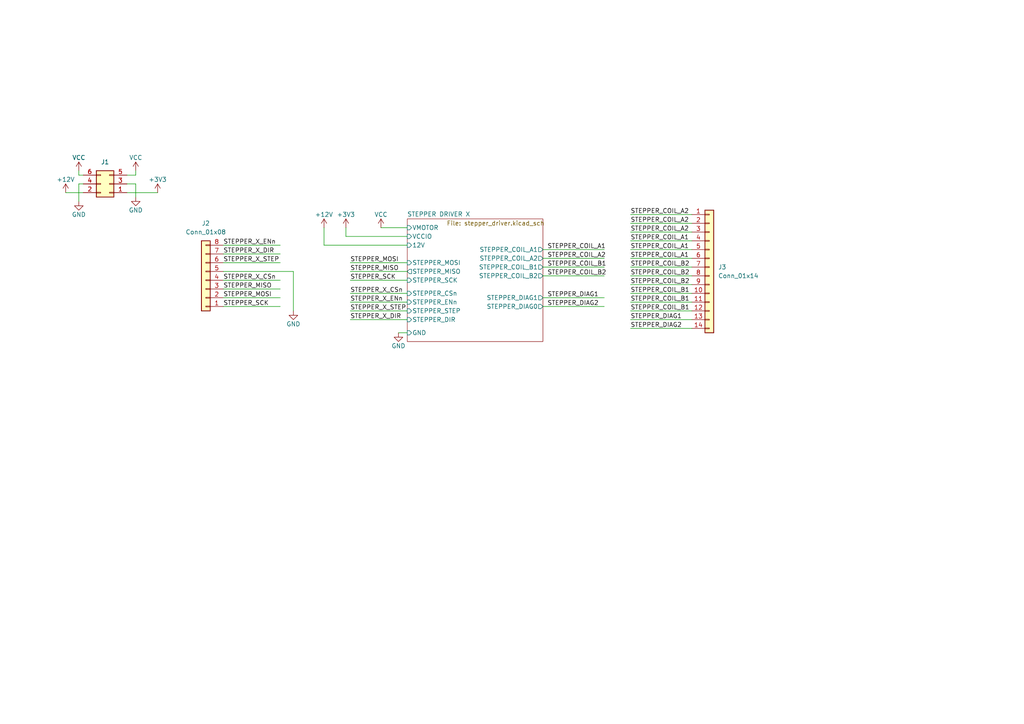
<source format=kicad_sch>
(kicad_sch (version 20211123) (generator eeschema)
  (paper "A4")
  (lib_symbols
    (symbol "Connector_Generic:Conn_01x08" (pin_names (offset 1.016) hide)
      (property "Reference" "J" (at 0 10.16 0))
      (property "Value" "Conn_01x08" (at 0 -12.7 0))
      (symbol "Conn_01x08_1_1"
        (rectangle (start -1.27 -10.033) (end 0 -10.287) (stroke (width 0.1524)))
        (rectangle (start -1.27 -7.493) (end 0 -7.747) (stroke (width 0.1524)))
        (rectangle (start -1.27 -4.953) (end 0 -5.207) (stroke (width 0.1524)))
        (rectangle (start -1.27 -2.413) (end 0 -2.667) (stroke (width 0.1524)))
        (rectangle (start -1.27 0.127) (end 0 -0.127) (stroke (width 0.1524)))
        (rectangle (start -1.27 2.667) (end 0 2.413) (stroke (width 0.1524)))
        (rectangle (start -1.27 5.207) (end 0 4.953) (stroke (width 0.1524)))
        (rectangle (start -1.27 7.747) (end 0 7.493) (stroke (width 0.1524)))
        (rectangle (start -1.27 8.89) (end 1.27 -11.43) (stroke (width 0.254)) (fill (type background)))
        (pin passive line (at -5.08 7.62 0) (length 3.81) (name "Pin_1") (number "1"))
        (pin passive line (at -5.08 5.08 0) (length 3.81) (name "Pin_2") (number "2"))
        (pin passive line (at -5.08 2.54 0) (length 3.81) (name "Pin_3") (number "3"))
        (pin passive line (at -5.08 0 0) (length 3.81) (name "Pin_4") (number "4"))
        (pin passive line (at -5.08 -2.54 0) (length 3.81) (name "Pin_5") (number "5"))
        (pin passive line (at -5.08 -5.08 0) (length 3.81) (name "Pin_6") (number "6"))
        (pin passive line (at -5.08 -7.62 0) (length 3.81) (name "Pin_7") (number "7"))
        (pin passive line (at -5.08 -10.16 0) (length 3.81) (name "Pin_8") (number "8"))
      )
    )
    (symbol "Connector_Generic:Conn_01x14" (pin_names (offset 1.016) hide)
      (property "Reference" "J" (at 0 17.78 0))
      (property "Value" "Conn_01x14" (at 0 -20.32 0))
      (symbol "Conn_01x14_1_1"
        (rectangle (start -1.27 -17.653) (end 0 -17.907) (stroke (width 0.1524)))
        (rectangle (start -1.27 -15.113) (end 0 -15.367) (stroke (width 0.1524)))
        (rectangle (start -1.27 -12.573) (end 0 -12.827) (stroke (width 0.1524)))
        (rectangle (start -1.27 -10.033) (end 0 -10.287) (stroke (width 0.1524)))
        (rectangle (start -1.27 -7.493) (end 0 -7.747) (stroke (width 0.1524)))
        (rectangle (start -1.27 -4.953) (end 0 -5.207) (stroke (width 0.1524)))
        (rectangle (start -1.27 -2.413) (end 0 -2.667) (stroke (width 0.1524)))
        (rectangle (start -1.27 0.127) (end 0 -0.127) (stroke (width 0.1524)))
        (rectangle (start -1.27 2.667) (end 0 2.413) (stroke (width 0.1524)))
        (rectangle (start -1.27 5.207) (end 0 4.953) (stroke (width 0.1524)))
        (rectangle (start -1.27 7.747) (end 0 7.493) (stroke (width 0.1524)))
        (rectangle (start -1.27 10.287) (end 0 10.033) (stroke (width 0.1524)))
        (rectangle (start -1.27 12.827) (end 0 12.573) (stroke (width 0.1524)))
        (rectangle (start -1.27 15.367) (end 0 15.113) (stroke (width 0.1524)))
        (rectangle (start -1.27 16.51) (end 1.27 -19.05) (stroke (width 0.254)) (fill (type background)))
        (pin passive line (at -5.08 15.24 0) (length 3.81) (name "Pin_1") (number "1"))
        (pin passive line (at -5.08 -7.62 0) (length 3.81) (name "Pin_10") (number "10"))
        (pin passive line (at -5.08 -10.16 0) (length 3.81) (name "Pin_11") (number "11"))
        (pin passive line (at -5.08 -12.7 0) (length 3.81) (name "Pin_12") (number "12"))
        (pin passive line (at -5.08 -15.24 0) (length 3.81) (name "Pin_13") (number "13"))
        (pin passive line (at -5.08 -17.78 0) (length 3.81) (name "Pin_14") (number "14"))
        (pin passive line (at -5.08 12.7 0) (length 3.81) (name "Pin_2") (number "2"))
        (pin passive line (at -5.08 10.16 0) (length 3.81) (name "Pin_3") (number "3"))
        (pin passive line (at -5.08 7.62 0) (length 3.81) (name "Pin_4") (number "4"))
        (pin passive line (at -5.08 5.08 0) (length 3.81) (name "Pin_5") (number "5"))
        (pin passive line (at -5.08 2.54 0) (length 3.81) (name "Pin_6") (number "6"))
        (pin passive line (at -5.08 0 0) (length 3.81) (name "Pin_7") (number "7"))
        (pin passive line (at -5.08 -2.54 0) (length 3.81) (name "Pin_8") (number "8"))
        (pin passive line (at -5.08 -5.08 0) (length 3.81) (name "Pin_9") (number "9"))
      )
    )
    (symbol "Connector_Generic:Conn_02x03_Odd_Even" (pin_names (offset 1.016) hide)
      (property "Reference" "J" (at 1.27 5.08 0))
      (property "Value" "Conn_02x03_Odd_Even" (at 1.27 -5.08 0))
      (symbol "Conn_02x03_Odd_Even_1_1"
        (rectangle (start -1.27 -2.413) (end 0 -2.667) (stroke (width 0.1524)))
        (rectangle (start -1.27 0.127) (end 0 -0.127) (stroke (width 0.1524)))
        (rectangle (start -1.27 2.667) (end 0 2.413) (stroke (width 0.1524)))
        (rectangle (start -1.27 3.81) (end 3.81 -3.81) (stroke (width 0.254)) (fill (type background)))
        (rectangle (start 3.81 -2.413) (end 2.54 -2.667) (stroke (width 0.1524)))
        (rectangle (start 3.81 0.127) (end 2.54 -0.127) (stroke (width 0.1524)))
        (rectangle (start 3.81 2.667) (end 2.54 2.413) (stroke (width 0.1524)))
        (pin passive line (at -5.08 2.54 0) (length 3.81) (name "Pin_1") (number "1"))
        (pin passive line (at 7.62 2.54 180) (length 3.81) (name "Pin_2") (number "2"))
        (pin passive line (at -5.08 0 0) (length 3.81) (name "Pin_3") (number "3"))
        (pin passive line (at 7.62 0 180) (length 3.81) (name "Pin_4") (number "4"))
        (pin passive line (at -5.08 -2.54 0) (length 3.81) (name "Pin_5") (number "5"))
        (pin passive line (at 7.62 -2.54 180) (length 3.81) (name "Pin_6") (number "6"))
      )
    )
    (symbol "PersonnalSymbolLibrary:VCC_MOTOR" (power) (pin_names (offset 0))
      (property "Value" "VCC_MOTOR" (at 0 3.81 0))
      (symbol "VCC_MOTOR_0_1"
        (polyline (pts (xy -0.762 1.27) (xy 0 2.54)))
        (polyline (pts (xy 0 0) (xy 0 2.54)))
        (polyline (pts (xy 0 2.54) (xy 0.762 1.27)))
      )
      (symbol "VCC_MOTOR_1_1"
        (pin power_in line (at 0 0 90) (length 0) hide (name "VCC") (number "1"))
      )
    )
    (symbol "power:+12V" (power) (pin_names (offset 0))
      (property "Value" "+12V" (at 0 3.556 0))
      (symbol "+12V_0_1"
        (polyline (pts (xy -0.762 1.27) (xy 0 2.54)))
        (polyline (pts (xy 0 0) (xy 0 2.54)))
        (polyline (pts (xy 0 2.54) (xy 0.762 1.27)))
      )
      (symbol "+12V_1_1"
        (pin power_in line (at 0 0 90) (length 0) hide (name "+12V") (number "1"))
      )
    )
    (symbol "power:+3V3" (power) (pin_names (offset 0))
      (property "Value" "+3V3" (at 0 3.556 0))
      (symbol "+3V3_0_1"
        (polyline (pts (xy -0.762 1.27) (xy 0 2.54)))
        (polyline (pts (xy 0 0) (xy 0 2.54)))
        (polyline (pts (xy 0 2.54) (xy 0.762 1.27)))
      )
      (symbol "+3V3_1_1"
        (pin power_in line (at 0 0 90) (length 0) hide (name "+3V3") (number "1"))
      )
    )
    (symbol "power:GND" (power) (pin_names (offset 0))
      (property "Value" "GND" (at 0 -3.81 0))
      (symbol "GND_0_1"
        (polyline (pts (xy 0 0) (xy 0 -1.27) (xy 1.27 -1.27) (xy 0 -2.54) (xy -1.27 -1.27) (xy 0 -1.27)))
      )
      (symbol "GND_1_1"
        (pin power_in line (at 0 0 270) (length 0) hide (name "GND") (number "1"))
      )
    )
  )
  (wire (pts (xy 182.88 64.77) (xy 200.66 64.77)))
  (wire (pts (xy 39.37 49.53) (xy 39.37 50.8)))
  (wire (pts (xy 157.48 86.36) (xy 175.26 86.36)))
  (wire (pts (xy 182.88 92.71) (xy 200.66 92.71)))
  (wire (pts (xy 93.98 66.04) (xy 93.98 71.12)))
  (wire (pts (xy 85.09 78.74) (xy 85.09 90.17)))
  (wire (pts (xy 22.86 49.53) (xy 22.86 50.8)))
  (wire (pts (xy 36.83 53.34) (xy 39.37 53.34)))
  (wire (pts (xy 182.88 95.25) (xy 200.66 95.25)))
  (wire (pts (xy 182.88 74.93) (xy 200.66 74.93)))
  (wire (pts (xy 182.88 80.01) (xy 200.66 80.01)))
  (wire (pts (xy 101.6 90.17) (xy 118.11 90.17)))
  (wire (pts (xy 101.6 85.09) (xy 118.11 85.09)))
  (wire (pts (xy 157.48 77.47) (xy 175.26 77.47)))
  (wire (pts (xy 64.77 71.12) (xy 81.28 71.12)))
  (wire (pts (xy 182.88 77.47) (xy 200.66 77.47)))
  (wire (pts (xy 64.77 86.36) (xy 81.28 86.36)))
  (wire (pts (xy 182.88 62.23) (xy 200.66 62.23)))
  (wire (pts (xy 93.98 71.12) (xy 118.11 71.12)))
  (wire (pts (xy 182.88 87.63) (xy 200.66 87.63)))
  (wire (pts (xy 64.77 73.66) (xy 81.28 73.66)))
  (wire (pts (xy 36.83 55.88) (xy 45.72 55.88)))
  (wire (pts (xy 24.13 50.8) (xy 22.86 50.8)))
  (wire (pts (xy 101.6 78.74) (xy 118.11 78.74)))
  (wire (pts (xy 22.86 53.34) (xy 24.13 53.34)))
  (wire (pts (xy 157.48 74.93) (xy 175.26 74.93)))
  (wire (pts (xy 157.48 88.9) (xy 175.26 88.9)))
  (wire (pts (xy 182.88 72.39) (xy 200.66 72.39)))
  (wire (pts (xy 101.6 76.2) (xy 118.11 76.2)))
  (wire (pts (xy 64.77 78.74) (xy 85.09 78.74)))
  (wire (pts (xy 182.88 67.31) (xy 200.66 67.31)))
  (wire (pts (xy 64.77 81.28) (xy 81.28 81.28)))
  (wire (pts (xy 64.77 83.82) (xy 81.28 83.82)))
  (wire (pts (xy 182.88 69.85) (xy 200.66 69.85)))
  (wire (pts (xy 101.6 92.71) (xy 118.11 92.71)))
  (wire (pts (xy 157.48 72.39) (xy 175.26 72.39)))
  (wire (pts (xy 110.49 66.04) (xy 118.11 66.04)))
  (wire (pts (xy 115.57 96.52) (xy 118.11 96.52)))
  (wire (pts (xy 22.86 53.34) (xy 22.86 58.42)))
  (wire (pts (xy 64.77 88.9) (xy 81.28 88.9)))
  (wire (pts (xy 182.88 90.17) (xy 200.66 90.17)))
  (wire (pts (xy 182.88 85.09) (xy 200.66 85.09)))
  (wire (pts (xy 100.33 68.58) (xy 100.33 66.04)))
  (wire (pts (xy 118.11 68.58) (xy 100.33 68.58)))
  (wire (pts (xy 182.88 82.55) (xy 200.66 82.55)))
  (wire (pts (xy 19.05 55.88) (xy 24.13 55.88)))
  (wire (pts (xy 101.6 87.63) (xy 118.11 87.63)))
  (wire (pts (xy 39.37 53.34) (xy 39.37 57.15)))
  (wire (pts (xy 36.83 50.8) (xy 39.37 50.8)))
  (wire (pts (xy 101.6 81.28) (xy 118.11 81.28)))
  (wire (pts (xy 64.77 76.2) (xy 81.28 76.2)))
  (wire (pts (xy 157.48 80.01) (xy 175.26 80.01)))
  (label "STEPPER_X_DIR" (at 101.6 92.71 0))
  (label "STEPPER_X_STEP" (at 101.6 90.17 0))
  (label "STEPPER_COIL_A2" (at 158.75 74.93 0))
  (label "STEPPER_DIAG1" (at 158.75 86.36 0))
  (label "STEPPER_SCK" (at 101.6 81.28 0))
  (label "STEPPER_COIL_B2" (at 158.75 80.01 0))
  (label "STEPPER_COIL_A1" (at 182.88 72.39 0))
  (label "STEPPER_COIL_A2" (at 182.88 62.23 0))
  (label "STEPPER_MOSI" (at 64.77 86.36 0))
  (label "STEPPER_COIL_B1" (at 182.88 85.09 0))
  (label "STEPPER_COIL_A2" (at 182.88 64.77 0))
  (label "STEPPER_X_CSn" (at 64.77 81.28 0))
  (label "STEPPER_SCK" (at 64.77 88.9 0))
  (label "STEPPER_X_ENn" (at 101.6 87.63 0))
  (label "STEPPER_COIL_B1" (at 158.75 77.47 0))
  (label "STEPPER_COIL_B2" (at 182.88 82.55 0))
  (label "STEPPER_X_ENn" (at 64.77 71.12 0))
  (label "STEPPER_COIL_B2" (at 182.88 80.01 0))
  (label "STEPPER_COIL_B2" (at 182.88 77.47 0))
  (label "STEPPER_X_STEP" (at 64.77 76.2 0))
  (label "STEPPER_X_DIR" (at 64.77 73.66 0))
  (label "STEPPER_COIL_A1" (at 182.88 74.93 0))
  (label "STEPPER_DIAG2" (at 182.88 95.25 0))
  (label "STEPPER_COIL_A2" (at 182.88 67.31 0))
  (label "STEPPER_MOSI" (at 101.6 76.2 0))
  (label "STEPPER_COIL_A1" (at 158.75 72.39 0))
  (label "STEPPER_COIL_A1" (at 182.88 69.85 0))
  (label "STEPPER_MISO" (at 101.6 78.74 0))
  (label "STEPPER_DIAG2" (at 158.75 88.9 0))
  (label "STEPPER_COIL_B1" (at 182.88 90.17 0))
  (label "STEPPER_MISO" (at 64.77 83.82 0))
  (label "STEPPER_COIL_B1" (at 182.88 87.63 0))
  (label "STEPPER_DIAG1" (at 182.88 92.71 0))
  (label "STEPPER_X_CSn" (at 101.6 85.09 0))
  (symbol (lib_id "Connector_Generic:Conn_02x03_Odd_Even") (at 31.75 53.34 180) (unit 1)
    (property "Reference" "J1" (at 30.48 46.99 0))
    (property "Value" "Conn_02x03_Odd_Even" (effects hide))
    (property "Footprint" "Connector_PinSocket_2.54mm:PinSocket_2x03_P2.54mm_Vertical" (effects hide))
  )
  (symbol (lib_id "PersonnalSymbolLibrary:VCC_MOTOR") (at 22.86 49.53 0) (unit 1)
    (property "Reference" "#PWR01" (effects hide))
    (property "Value" "VCC_MOTOR" (at 22.86 45.72 0))
  )
  (symbol (lib_id "power:+12V") (at 93.98 66.04 0) (unit 1)
    (property "Reference" "#PWR07" (effects hide))
    (property "Value" "+12V" (at 93.98 62.23 0))
  )
  (symbol (lib_id "power:GND") (at 85.09 90.17 0) (unit 1)
    (property "Reference" "#PWR06" (effects hide))
    (property "Value" "GND" (at 85.09 93.98 0))
  )
  (symbol (lib_id "power:GND") (at 22.86 58.42 0) (unit 1)
    (property "Reference" "#PWR02" (effects hide))
    (property "Value" "GND" (at 22.86 62.23 0))
  )
  (symbol (lib_id "power:+12V") (at 19.05 55.88 0) (unit 1)
    (property "Reference" "#PWR05" (effects hide))
    (property "Value" "+12V" (at 19.05 52.07 0))
  )
  (symbol (lib_id "PersonnalSymbolLibrary:VCC_MOTOR") (at 110.49 66.04 0) (unit 1)
    (property "Reference" "#PWR09" (effects hide))
    (property "Value" "VCC_MOTOR" (at 110.49 62.23 0))
  )
  (symbol (lib_id "power:+3V3") (at 100.33 66.04 0) (unit 1)
    (property "Reference" "#PWR08" (effects hide))
    (property "Value" "+3V3" (at 100.33 62.23 0))
  )
  (symbol (lib_id "PersonnalSymbolLibrary:VCC_MOTOR") (at 39.37 49.53 0) (unit 1)
    (property "Reference" "#PWR03" (effects hide))
    (property "Value" "VCC_MOTOR" (at 39.37 45.72 0))
  )
  (symbol (lib_id "Connector_Generic:Conn_01x08") (at 59.69 81.28 180) (unit 1)
    (property "Reference" "J2" (at 59.69 64.77 0))
    (property "Value" "Conn_01x08" (at 59.69 67.31 0))
    (property "Footprint" "Connector_PinSocket_2.54mm:PinSocket_1x08_P2.54mm_Vertical" (effects hide))
  )
  (symbol (lib_id "power:+3V3") (at 45.72 55.88 0) (unit 1)
    (property "Reference" "#PWR04" (effects hide))
    (property "Value" "+3V3" (at 45.72 52.07 0))
  )
  (symbol (lib_id "Connector_Generic:Conn_01x14") (at 205.74 77.47 0) (unit 1)
    (property "Reference" "J3" (at 208.28 77.4699 0) (effects (justify left)))
    (property "Value" "Conn_01x14" (at 208.28 80.0099 0) (effects (justify left)))
    (property "Footprint" "Connector_PinHeader_2.54mm:PinHeader_1x14_P2.54mm_Vertical" (effects hide))
    (property "LCSC" "C2894937" (effects hide))
  )
  (symbol (lib_id "power:GND") (at 115.57 96.52 0) (unit 1)
    (property "Reference" "#PWR010" (effects hide))
    (property "Value" "GND" (at 115.57 100.33 0))
  )
  (symbol (lib_id "power:GND") (at 39.37 57.15 0) (unit 1)
    (property "Reference" "#PWR0101" (effects hide))
    (property "Value" "GND" (at 39.37 60.96 0))
  )
  (sheet (at 118.11 63.5) (size 39.37 35.56) (stroke (width 0.0006))
    (property "Sheet name" "STEPPER DRIVER X" (at 118.11 62.8643 0) (effects (justify left bottom)))
    (property "Sheet file" "stepper_driver.kicad_sch" (at 129.54 64.0087 0) (effects (justify left top)))
    (pin "STEPPER_MOSI" input (at 118.11 76.2 180))
    (pin "STEPPER_MISO" output (at 118.11 78.74 180))
    (pin "STEPPER_CSn" input (at 118.11 85.09 180))
    (pin "STEPPER_STEP" input (at 118.11 90.17 180))
    (pin "STEPPER_ENn" input (at 118.11 87.63 180))
    (pin "STEPPER_DIAG1" output (at 157.48 86.36 0))
    (pin "STEPPER_DIAG0" output (at 157.48 88.9 0))
    (pin "STEPPER_COIL_A1" output (at 157.48 72.39 0))
    (pin "STEPPER_COIL_A2" output (at 157.48 74.93 0))
    (pin "STEPPER_SCK" input (at 118.11 81.28 180))
    (pin "STEPPER_DIR" input (at 118.11 92.71 180))
    (pin "STEPPER_COIL_B1" output (at 157.48 77.47 0))
    (pin "STEPPER_COIL_B2" output (at 157.48 80.01 0))
    (pin "GND" input (at 118.11 96.52 180))
    (pin "VMOTOR" input (at 118.11 66.04 180))
    (pin "VCCIO" input (at 118.11 68.58 180))
    (pin "12V" input (at 118.11 71.12 180))
  )
)
</source>
